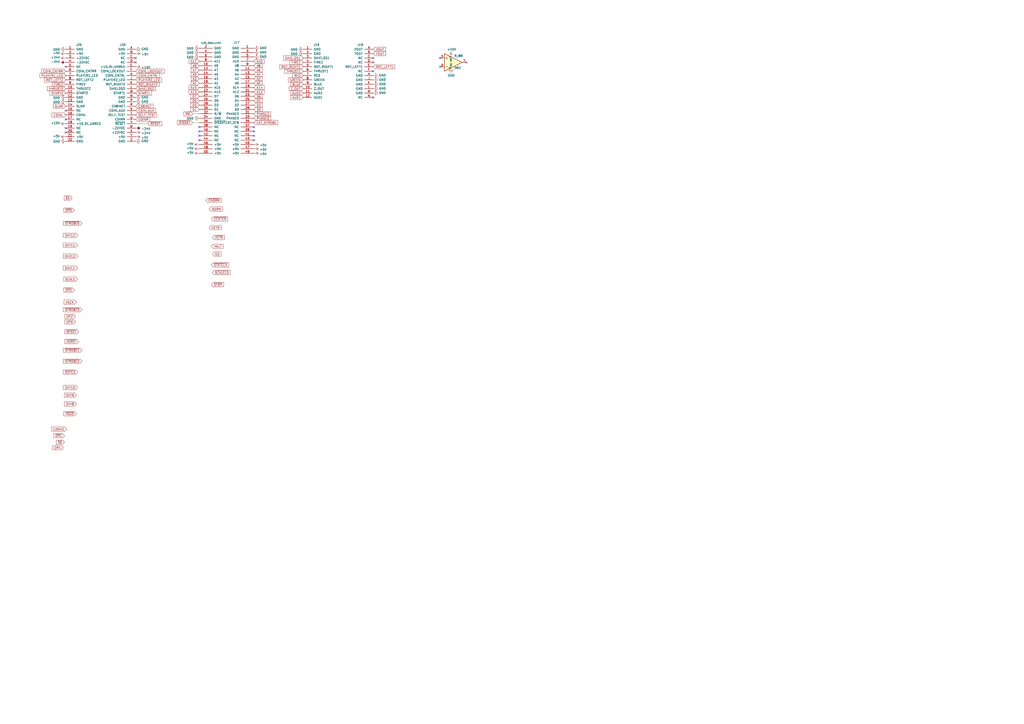
<source format=kicad_sch>
(kicad_sch (version 20211123) (generator eeschema)
  (paper "A2")
  (lib_symbols
    (symbol "atari_grav_bw:082"
      (property "Reference" "U" (at 0 5.08 0))
      (property "Value" "082" (at 0 -5.08 0))
      (symbol "082_0_1"
        (polyline (pts (xy -5.08 5.08) (xy 5.08 0) (xy -5.08 -5.08) (xy -5.08 5.08)) (stroke (width 0.254)) (fill (type background)))
      )
      (symbol "082_1_1"
        (pin output line (at 7.62 0 180) (length 2.54) (name "~") (number "1"))
        (pin input line (at -7.62 -2.54 0) (length 2.54) (name "-") (number "2"))
        (pin input line (at -7.62 2.54 0) (length 2.54) (name "+") (number "3"))
      )
      (symbol "082_2_1"
        (pin bidirectional line (at -1.27 3.175 270) (length 0) (name "VSS") (number "4"))
        (pin input line (at -7.62 2.54 0) (length 2.54) (name "+") (number "5"))
        (pin input line (at -7.62 -2.54 0) (length 2.54) (name "-") (number "6"))
        (pin output line (at 7.62 0 180) (length 2.54) (name "~") (number "7"))
        (pin bidirectional line (at -1.27 -3.175 90) (length 0) (name "VCC") (number "8"))
      )
    )
    (symbol "atari_grav_bw:J19" (pin_names (offset 1.016))
      (property "Reference" "J" (at 15.24 16.51 0))
      (property "Value" "J19" (at -11.43 16.51 0))
      (symbol "J19_1_1"
        (pin passive line (at -19.05 13.97 0) (length 5.08) (name "GND") (number "1"))
        (pin passive line (at -19.05 -8.89 0) (length 5.08) (name "Z_OUT") (number "10"))
        (pin passive line (at -19.05 -11.43 0) (length 5.08) (name "AUD2") (number "11"))
        (pin passive line (at -19.05 -13.97 0) (length 5.08) (name "AUD1") (number "12"))
        (pin passive line (at -19.05 11.43 0) (length 5.08) (name "GND") (number "2"))
        (pin passive line (at -19.05 8.89 0) (length 5.08) (name "SHIELDS1") (number "3"))
        (pin passive line (at -19.05 6.35 0) (length 5.08) (name "FIRE1") (number "4"))
        (pin passive line (at -19.05 3.81 0) (length 5.08) (name "ROT_RIGHT1") (number "5"))
        (pin passive line (at -19.05 1.27 0) (length 5.08) (name "THRUST1") (number "6"))
        (pin passive line (at -19.05 -1.27 0) (length 5.08) (name "RED") (number "7"))
        (pin passive line (at -19.05 -3.81 0) (length 5.08) (name "GREEN") (number "8"))
        (pin passive line (at -19.05 -6.35 0) (length 5.08) (name "BLUE") (number "9"))
        (pin passive line (at 21.59 13.97 180) (length 5.08) (name "XOUT") (number "A"))
        (pin passive line (at 21.59 11.43 180) (length 5.08) (name "YOUT") (number "B"))
        (pin passive line (at 21.59 8.89 180) (length 5.08) (name "NC") (number "C"))
        (pin passive line (at 21.59 6.35 180) (length 5.08) (name "NC") (number "D"))
        (pin passive line (at 21.59 3.81 180) (length 5.08) (name "ROT_LEFT1") (number "E"))
        (pin passive line (at 21.59 1.27 180) (length 5.08) (name "NC") (number "F"))
        (pin passive line (at 21.59 -1.27 180) (length 5.08) (name "GND") (number "H"))
        (pin passive line (at 21.59 -3.81 180) (length 5.08) (name "GND") (number "J"))
        (pin passive line (at 21.59 -6.35 180) (length 5.08) (name "GND") (number "K"))
        (pin passive line (at 21.59 -8.89 180) (length 5.08) (name "GND") (number "L"))
        (pin passive line (at 21.59 -11.43 180) (length 5.08) (name "GND") (number "M"))
        (pin passive line (at 21.59 -13.97 180) (length 5.08) (name "NC") (number "N"))
      )
    )
    (symbol "atari_grav_bw:J20" (pin_names (offset 1.016))
      (property "Reference" "J" (at 6.35 26.67 0))
      (property "Value" "J20" (at -4.445 26.67 0))
      (symbol "J20_1_1"
        (pin passive line (at -20.32 22.86 0) (length 5.08) (name "GND") (number "1"))
        (pin passive line (at -20.32 0 0) (length 5.08) (name "THRUST2") (number "10"))
        (pin passive line (at -20.32 -2.54 0) (length 5.08) (name "START2") (number "11"))
        (pin passive line (at -20.32 -5.08 0) (length 5.08) (name "GND") (number "12"))
        (pin passive line (at -20.32 -7.62 0) (length 5.08) (name "GND") (number "13"))
        (pin passive line (at -20.32 -10.16 0) (length 5.08) (name "SLAM") (number "14"))
        (pin passive line (at -20.32 -12.7 0) (length 5.08) (name "NC") (number "15"))
        (pin passive line (at -20.32 -15.24 0) (length 5.08) (name "COINL") (number "16"))
        (pin passive line (at -20.32 -17.78 0) (length 5.08) (name "NC") (number "17"))
        (pin passive line (at -20.32 -20.32 0) (length 5.08) (name "+10.3V_UNREG") (number "18"))
        (pin passive line (at -20.32 -22.86 0) (length 5.08) (name "NC") (number "19"))
        (pin passive line (at -20.32 20.32 0) (length 5.08) (name "+5V") (number "2"))
        (pin passive line (at -20.32 -25.4 0) (length 5.08) (name "NC") (number "20"))
        (pin passive line (at -20.32 -27.94 0) (length 5.08) (name "+5V") (number "21"))
        (pin passive line (at -20.32 -30.48 0) (length 5.08) (name "GND") (number "22"))
        (pin passive line (at -20.32 17.78 0) (length 5.08) (name "+22VDC") (number "3"))
        (pin passive line (at -20.32 15.24 0) (length 5.08) (name "-22VDC") (number "4"))
        (pin passive line (at -20.32 12.7 0) (length 5.08) (name "NC") (number "5"))
        (pin passive line (at -20.32 10.16 0) (length 5.08) (name "COIN_CNTRR") (number "6"))
        (pin passive line (at -20.32 7.62 0) (length 5.08) (name "PLAYER1_LED") (number "7"))
        (pin passive line (at -20.32 5.08 0) (length 5.08) (name "ROT_LEFT2") (number "8"))
        (pin passive line (at -20.32 2.54 0) (length 5.08) (name "FIRE2") (number "9"))
        (pin passive line (at 20.32 22.86 180) (length 5.08) (name "GND") (number "A"))
        (pin passive line (at 20.32 20.32 180) (length 5.08) (name "+5V") (number "B"))
        (pin passive line (at 20.32 17.78 180) (length 5.08) (name "NC") (number "C"))
        (pin passive line (at 20.32 15.24 180) (length 5.08) (name "NC") (number "D"))
        (pin passive line (at 20.32 12.7 180) (length 5.08) (name "+10.3V_UNREG") (number "E"))
        (pin passive line (at 20.32 10.16 180) (length 5.08) (name "COIN_LOCKOUT") (number "F"))
        (pin passive line (at 20.32 7.62 180) (length 5.08) (name "COIN_CNTRL") (number "H"))
        (pin passive line (at 20.32 5.08 180) (length 5.08) (name "PLAYER2_LED") (number "J"))
        (pin passive line (at 20.32 2.54 180) (length 5.08) (name "ROT_RIGHT2") (number "K"))
        (pin passive line (at 20.32 0 180) (length 5.08) (name "SHIELDS2") (number "L"))
        (pin passive line (at 20.32 -2.54 180) (length 5.08) (name "START1") (number "M"))
        (pin passive line (at 20.32 -5.08 180) (length 5.08) (name "GND") (number "N"))
        (pin passive line (at 20.32 -7.62 180) (length 5.08) (name "GND") (number "P"))
        (pin passive line (at 20.32 -10.16 180) (length 5.08) (name "CABINET") (number "R"))
        (pin passive line (at 20.32 -12.7 180) (length 5.08) (name "COIN_AUX") (number "S"))
        (pin passive line (at 20.32 -15.24 180) (length 5.08) (name "SELF_TEST") (number "T"))
        (pin passive line (at 20.32 -17.78 180) (length 5.08) (name "COINR") (number "U"))
        (pin passive line (at 20.32 -20.32 180) (length 5.08) (name "~{RESET}") (number "V"))
        (pin passive line (at 20.32 -22.86 180) (length 5.08) (name "-22VDC") (number "W"))
        (pin passive line (at 20.32 -25.4 180) (length 5.08) (name "+22VDC") (number "X"))
        (pin passive line (at 20.32 -27.94 180) (length 5.08) (name "+5V") (number "Y"))
        (pin passive line (at 20.32 -30.48 180) (length 5.08) (name "GND") (number "Z"))
      )
    )
    (symbol "atari_grav_bw:cat_box_con" (pin_names (offset 1.016))
      (property "Reference" "J" (at 11.43 33.02 0))
      (property "Value" "cat_box_con" (at 0 33.02 0))
      (symbol "cat_box_con_1_1"
        (pin passive line (at 15.24 29.21 180) (length 7.62) (name "GND") (number "1"))
        (pin passive line (at -16.51 19.05 0) (length 7.62) (name "A9") (number "10"))
        (pin passive line (at 15.24 16.51 180) (length 7.62) (name "A6") (number "11"))
        (pin passive line (at -16.51 16.51 0) (length 7.62) (name "A7") (number "12"))
        (pin passive line (at 15.24 13.97 180) (length 7.62) (name "A4") (number "13"))
        (pin passive line (at -16.51 13.97 0) (length 7.62) (name "A5") (number "14"))
        (pin passive line (at 15.24 11.43 180) (length 7.62) (name "A2") (number "15"))
        (pin passive line (at -16.51 11.43 0) (length 7.62) (name "A3") (number "16"))
        (pin passive line (at 15.24 8.89 180) (length 7.62) (name "A0") (number "17"))
        (pin passive line (at -16.51 8.89 0) (length 7.62) (name "A1") (number "18"))
        (pin passive line (at 15.24 6.35 180) (length 7.62) (name "A14") (number "19"))
        (pin passive line (at -16.51 29.21 0) (length 7.62) (name "GND") (number "2"))
        (pin passive line (at -16.51 6.35 0) (length 7.62) (name "A15") (number "20"))
        (pin passive line (at 15.24 3.81 180) (length 7.62) (name "A12") (number "21"))
        (pin passive line (at -16.51 3.81 0) (length 7.62) (name "A13") (number "22"))
        (pin passive line (at 15.24 1.27 180) (length 7.62) (name "D6") (number "23"))
        (pin passive line (at -16.51 1.27 0) (length 7.62) (name "D7") (number "24"))
        (pin passive line (at 15.24 -1.27 180) (length 7.62) (name "D4") (number "25"))
        (pin passive line (at -16.51 -1.27 0) (length 7.62) (name "D5") (number "26"))
        (pin passive line (at 15.24 -3.81 180) (length 7.62) (name "D2") (number "27"))
        (pin passive line (at -16.51 -3.81 0) (length 7.62) (name "D3") (number "28"))
        (pin passive line (at 15.24 -6.35 180) (length 7.62) (name "D0") (number "29"))
        (pin passive line (at 15.24 26.67 180) (length 7.62) (name "GND") (number "3"))
        (pin passive line (at -16.51 -6.35 0) (length 7.62) (name "D1") (number "30"))
        (pin passive line (at 15.24 -8.89 180) (length 7.62) (name "PHASE2") (number "31"))
        (pin passive line (at -16.51 -8.89 0) (length 7.62) (name "R/~{W}") (number "32"))
        (pin passive line (at 15.24 -11.43 180) (length 7.62) (name "PHASE0") (number "33"))
        (pin passive line (at -16.51 -11.43 0) (length 7.62) (name "GND") (number "34"))
        (pin passive line (at 15.24 -13.97 180) (length 7.62) (name "CAT_STB") (number "35"))
        (pin passive line (at -16.51 -13.97 0) (length 7.62) (name "~{DISDAT}") (number "36"))
        (pin passive line (at 15.24 -16.51 180) (length 7.62) (name "NC") (number "37"))
        (pin passive line (at -16.51 -16.51 0) (length 7.62) (name "NC") (number "38"))
        (pin passive line (at 15.24 -19.05 180) (length 7.62) (name "NC") (number "39"))
        (pin passive line (at -16.51 26.67 0) (length 7.62) (name "GND") (number "4"))
        (pin passive line (at -16.51 -19.05 0) (length 7.62) (name "NC") (number "40"))
        (pin passive line (at 15.24 -21.59 180) (length 7.62) (name "NC") (number "41"))
        (pin passive line (at -16.51 -21.59 0) (length 7.62) (name "NC") (number "42"))
        (pin passive line (at 15.24 -24.13 180) (length 7.62) (name "NC") (number "43"))
        (pin passive line (at -16.51 -24.13 0) (length 7.62) (name "NC") (number "44"))
        (pin passive line (at 15.24 -26.67 180) (length 7.62) (name "+5V") (number "45"))
        (pin passive line (at -16.51 -26.67 0) (length 7.62) (name "+5V") (number "46"))
        (pin passive line (at 15.24 -29.21 180) (length 7.62) (name "+5V") (number "47"))
        (pin passive line (at -16.51 -29.21 0) (length 7.62) (name "+5V") (number "48"))
        (pin passive line (at 15.24 -31.75 180) (length 7.62) (name "+5V") (number "49"))
        (pin passive line (at 15.24 24.13 180) (length 7.62) (name "GND") (number "5"))
        (pin passive line (at -16.51 -31.75 0) (length 7.62) (name "+5V") (number "50"))
        (pin passive line (at -16.51 24.13 0) (length 7.62) (name "GND") (number "6"))
        (pin passive line (at 15.24 21.59 180) (length 7.62) (name "A10") (number "7"))
        (pin passive line (at -16.51 21.59 0) (length 7.62) (name "A11") (number "8"))
        (pin passive line (at 15.24 19.05 180) (length 7.62) (name "A8") (number "9"))
      )
    )
    (symbol "power:+10V" (power) (pin_names (offset 0))
      (property "Value" "+10V" (at 0 3.556 0))
      (symbol "+10V_0_1"
        (polyline (pts (xy -0.762 1.27) (xy 0 2.54)))
        (polyline (pts (xy 0 0) (xy 0 2.54)))
        (polyline (pts (xy 0 2.54) (xy 0.762 1.27)))
      )
      (symbol "+10V_1_1"
        (pin power_in line (at 0 0 90) (length 0) hide (name "+10V") (number "1"))
      )
    )
    (symbol "power:+24V" (power) (pin_names (offset 0))
      (property "Value" "+24V" (at 0 3.556 0))
      (symbol "+24V_0_1"
        (polyline (pts (xy -0.762 1.27) (xy 0 2.54)))
        (polyline (pts (xy 0 0) (xy 0 2.54)))
        (polyline (pts (xy 0 2.54) (xy 0.762 1.27)))
      )
      (symbol "+24V_1_1"
        (pin power_in line (at 0 0 90) (length 0) hide (name "+24V") (number "1"))
      )
    )
    (symbol "power:+5V" (power) (pin_names (offset 0))
      (property "Value" "+5V" (at 0 3.556 0))
      (symbol "+5V_0_1"
        (polyline (pts (xy -0.762 1.27) (xy 0 2.54)))
        (polyline (pts (xy 0 0) (xy 0 2.54)))
        (polyline (pts (xy 0 2.54) (xy 0.762 1.27)))
      )
      (symbol "+5V_1_1"
        (pin power_in line (at 0 0 90) (length 0) hide (name "+5V") (number "1"))
      )
    )
    (symbol "power:-24V" (power) (pin_names (offset 0))
      (property "Value" "-24V" (at 0 3.81 0))
      (symbol "-24V_0_0"
        (pin power_in line (at 0 0 90) (length 0) hide (name "-24V") (number "1"))
      )
      (symbol "-24V_0_1"
        (polyline (pts (xy 0 0) (xy 0 1.27) (xy 0.762 1.27) (xy 0 2.54) (xy -0.762 1.27) (xy 0 1.27)) (fill (type outline)))
      )
    )
    (symbol "power:GND" (power) (pin_names (offset 0))
      (property "Value" "GND" (at 0 -3.81 0))
      (symbol "GND_0_1"
        (polyline (pts (xy 0 0) (xy 0 -1.27) (xy 1.27 -1.27) (xy 0 -2.54) (xy -1.27 -1.27) (xy 0 -1.27)))
      )
      (symbol "GND_1_1"
        (pin power_in line (at 0 0 270) (length 0) hide (name "GND") (number "1"))
      )
    )
  )
  (no_connect (at 147.32 81.28))
  (no_connect (at 115.57 76.2))
  (no_connect (at 147.32 73.66))
  (no_connect (at 38.1 69.215))
  (no_connect (at 255.27 33.655))
  (no_connect (at 255.27 38.735))
  (no_connect (at 38.1 76.835))
  (no_connect (at 38.1 64.135))
  (no_connect (at 147.32 78.74))
  (no_connect (at 216.535 36.195))
  (no_connect (at 270.51 36.195))
  (no_connect (at 78.74 33.655))
  (no_connect (at 115.57 73.66))
  (no_connect (at 216.535 56.515))
  (no_connect (at 115.57 81.28))
  (no_connect (at 78.74 36.195))
  (no_connect (at 38.1 38.735))
  (no_connect (at 216.535 41.275))
  (no_connect (at 216.535 33.655))
  (no_connect (at 38.1 74.295))
  (no_connect (at 147.32 76.2))
  (no_connect (at 115.57 78.74))
  (wire (pts (xy 115.57 71.12) (xy 111.76 71.12)))
  (wire (pts (xy 115.57 66.04) (xy 111.76 66.04)))
  (wire (pts (xy 85.725 71.755) (xy 78.74 71.755)))
  (global_label "D1" (shape input) (at 115.57 63.5 180) (property "Intersheet References" "${INTERSHEET_REFS}" (effects hide)))
  (global_label "A0" (shape input) (at 147.32 48.26 0) (property "Intersheet References" "${INTERSHEET_REFS}" (effects hide)))
  (global_label "ROT_LEFT1" (shape input) (at 216.535 38.735 0) (property "Intersheet References" "${INTERSHEET_REFS}" (effects hide)))
  (global_label "A11" (shape input) (at 115.57 35.56 180) (property "Intersheet References" "${INTERSHEET_REFS}" (effects hide)))
  (global_label "D4" (shape input) (at 147.32 58.42 0) (property "Intersheet References" "${INTERSHEET_REFS}" (effects hide)))
  (global_label "A6" (shape input) (at 147.32 40.64 0) (property "Intersheet References" "${INTERSHEET_REFS}" (effects hide)))
  (global_label "A13" (shape input) (at 115.57 53.34 180) (property "Intersheet References" "${INTERSHEET_REFS}" (effects hide)))
  (global_label "OP2" (shape input) (at 43.815 183.515 180) (property "Intersheet References" "${INTERSHEET_REFS}" (effects hide)))
  (global_label "COIN_CNTRR" (shape input) (at 38.1 41.275 180) (property "Intersheet References" "${INTERSHEET_REFS}" (effects hide)))
  (global_label "START2" (shape input) (at 38.1 53.975 180) (property "Intersheet References" "${INTERSHEET_REFS}" (effects hide)))
  (global_label "START1" (shape input) (at 78.74 53.975 0) (property "Intersheet References" "${INTERSHEET_REFS}" (effects hide)))
  (global_label "12MHZ" (shape input) (at 38.735 248.92 180) (property "Intersheet References" "${INTERSHEET_REFS}" (effects hide)))
  (global_label "~{STROBE1}" (shape input) (at 47.625 203.2 180) (property "Intersheet References" "${INTERSHEET_REFS}" (effects hide)))
  (global_label "COIN_LOCKOUT" (shape input) (at 78.74 41.275 0) (property "Intersheet References" "${INTERSHEET_REFS}" (effects hide)))
  (global_label "D6" (shape input) (at 147.32 55.88 0) (property "Intersheet References" "${INTERSHEET_REFS}" (effects hide)))
  (global_label "A3" (shape input) (at 115.57 45.72 180) (property "Intersheet References" "${INTERSHEET_REFS}" (effects hide)))
  (global_label "PHASE0" (shape input) (at 147.32 68.58 0) (property "Intersheet References" "${INTERSHEET_REFS}" (effects hide)))
  (global_label "~{SA}" (shape input) (at 41.91 114.935 180) (property "Intersheet References" "${INTERSHEET_REFS}" (effects hide)))
  (global_label "~{DISDAT}" (shape input) (at 111.76 71.12 180) (property "Intersheet References" "${INTERSHEET_REFS}" (effects hide)))
  (global_label "SCALE" (shape input) (at 45.085 161.925 180) (property "Intersheet References" "${INTERSHEET_REFS}" (effects hide)))
  (global_label "SHIELDS1" (shape input) (at 175.895 33.655 180) (property "Intersheet References" "${INTERSHEET_REFS}" (effects hide)))
  (global_label "~{OP1}" (shape input) (at 37.465 252.73 180) (property "Intersheet References" "${INTERSHEET_REFS}" (effects hide)))
  (global_label "DVY10" (shape input) (at 45.085 224.79 180) (property "Intersheet References" "${INTERSHEET_REFS}" (effects hide)))
  (global_label "PHASE2" (shape input) (at 147.32 66.04 0) (property "Intersheet References" "${INTERSHEET_REFS}" (effects hide)))
  (global_label "A12" (shape input) (at 147.32 53.34 0) (property "Intersheet References" "${INTERSHEET_REFS}" (effects hide)))
  (global_label "ROT_LEFT2" (shape input) (at 38.1 46.355 180) (property "Intersheet References" "${INTERSHEET_REFS}" (effects hide)))
  (global_label "ROT_RIGHT2" (shape input) (at 78.74 48.895 0) (property "Intersheet References" "${INTERSHEET_REFS}" (effects hide)))
  (global_label "A4" (shape input) (at 147.32 43.18 0) (property "Intersheet References" "${INTERSHEET_REFS}" (effects hide)))
  (global_label "CAT_STROBE" (shape input) (at 147.32 71.12 0) (property "Intersheet References" "${INTERSHEET_REFS}" (effects hide)))
  (global_label "COINL" (shape input) (at 38.1 66.675 180) (property "Intersheet References" "${INTERSHEET_REFS}" (effects hide)))
  (global_label "~{VGRST}" (shape input) (at 45.72 198.12 180) (property "Intersheet References" "${INTERSHEET_REFS}" (effects hide)))
  (global_label "~{OP2}" (shape input) (at 43.18 168.275 180) (property "Intersheet References" "${INTERSHEET_REFS}" (effects hide)))
  (global_label "~{CENTER}" (shape input) (at 122.555 127 0) (property "Intersheet References" "${INTERSHEET_REFS}" (effects hide)))
  (global_label "D3" (shape input) (at 115.57 60.96 180) (property "Intersheet References" "${INTERSHEET_REFS}" (effects hide)))
  (global_label "GREEN" (shape input) (at 175.895 46.355 180) (property "Intersheet References" "${INTERSHEET_REFS}" (effects hide)))
  (global_label "DVX12" (shape input) (at 45.085 148.59 180) (property "Intersheet References" "${INTERSHEET_REFS}" (effects hide)))
  (global_label "CABINET" (shape input) (at 78.74 61.595 0) (property "Intersheet References" "${INTERSHEET_REFS}" (effects hide)))
  (global_label "~{VGGO}" (shape input) (at 44.45 240.03 180) (property "Intersheet References" "${INTERSHEET_REFS}" (effects hide)))
  (global_label "Z_OUT" (shape input) (at 175.895 51.435 180) (property "Intersheet References" "${INTERSHEET_REFS}" (effects hide)))
  (global_label "AUD2" (shape input) (at 175.895 53.975 180) (property "Intersheet References" "${INTERSHEET_REFS}" (effects hide)))
  (global_label "A7" (shape input) (at 115.57 40.64 180) (property "Intersheet References" "${INTERSHEET_REFS}" (effects hide)))
  (global_label "DVY11" (shape input) (at 45.085 142.24 180) (property "Intersheet References" "${INTERSHEET_REFS}" (effects hide)))
  (global_label "SLAM" (shape input) (at 38.1 61.595 180) (property "Intersheet References" "${INTERSHEET_REFS}" (effects hide)))
  (global_label "~{ENORM}" (shape input) (at 119.38 116.205 0) (property "Intersheet References" "${INTERSHEET_REFS}" (effects hide)))
  (global_label "FIRE1" (shape input) (at 175.895 36.195 180) (property "Intersheet References" "${INTERSHEET_REFS}" (effects hide)))
  (global_label "~{DVY12}" (shape input) (at 45.085 215.9 180) (property "Intersheet References" "${INTERSHEET_REFS}" (effects hide)))
  (global_label "OP0" (shape input) (at 43.815 186.69 180) (property "Intersheet References" "${INTERSHEET_REFS}" (effects hide)))
  (global_label "A8" (shape input) (at 147.32 38.1 0) (property "Intersheet References" "${INTERSHEET_REFS}" (effects hide)))
  (global_label "ROT_RIGHT1" (shape input) (at 175.895 38.735 180) (property "Intersheet References" "${INTERSHEET_REFS}" (effects hide)))
  (global_label "D7" (shape input) (at 115.57 55.88 180) (property "Intersheet References" "${INTERSHEET_REFS}" (effects hide)))
  (global_label "DVY8" (shape input) (at 44.45 234.315 180) (property "Intersheet References" "${INTERSHEET_REFS}" (effects hide)))
  (global_label "DXV11" (shape input) (at 45.085 155.575 180) (property "Intersheet References" "${INTERSHEET_REFS}" (effects hide)))
  (global_label "HALT" (shape input) (at 122.555 142.875 0) (property "Intersheet References" "${INTERSHEET_REFS}" (effects hide)))
  (global_label "SELF_TEST" (shape input) (at 78.74 66.675 0) (property "Intersheet References" "${INTERSHEET_REFS}" (effects hide)))
  (global_label "D5" (shape input) (at 115.57 58.42 180) (property "Intersheet References" "${INTERSHEET_REFS}" (effects hide)))
  (global_label "A10" (shape input) (at 147.32 35.56 0) (property "Intersheet References" "${INTERSHEET_REFS}" (effects hide)))
  (global_label "~{SA}" (shape input) (at 37.465 256.54 180) (property "Intersheet References" "${INTERSHEET_REFS}" (effects hide)))
  (global_label "~{RESET}" (shape input) (at 45.72 192.405 180) (property "Intersheet References" "${INTERSHEET_REFS}" (effects hide)))
  (global_label "AUD1" (shape input) (at 175.895 56.515 180) (property "Intersheet References" "${INTERSHEET_REFS}" (effects hide)))
  (global_label "THRUST1" (shape input) (at 175.895 41.275 180) (property "Intersheet References" "${INTERSHEET_REFS}" (effects hide)))
  (global_label "~{RESET}" (shape input) (at 85.725 71.755 0) (property "Intersheet References" "${INTERSHEET_REFS}" (effects hide)))
  (global_label "A1" (shape input) (at 115.57 48.26 180) (property "Intersheet References" "${INTERSHEET_REFS}" (effects hide)))
  (global_label "DVY12" (shape input) (at 45.085 136.525 180) (property "Intersheet References" "${INTERSHEET_REFS}" (effects hide)))
  (global_label "A14" (shape input) (at 147.32 50.8 0) (property "Intersheet References" "${INTERSHEET_REFS}" (effects hide)))
  (global_label "D0" (shape input) (at 147.32 63.5 0) (property "Intersheet References" "${INTERSHEET_REFS}" (effects hide)))
  (global_label "~{STROBE3}" (shape input) (at 47.625 179.705 180) (property "Intersheet References" "${INTERSHEET_REFS}" (effects hide)))
  (global_label "PLAYER1_LED" (shape input) (at 38.1 43.815 180) (property "Intersheet References" "${INTERSHEET_REFS}" (effects hide)))
  (global_label "~{STOP}" (shape input) (at 122.555 165.1 0) (property "Intersheet References" "${INTERSHEET_REFS}" (effects hide)))
  (global_label "~{STATCLK}" (shape input) (at 122.555 153.67 0) (property "Intersheet References" "${INTERSHEET_REFS}" (effects hide)))
  (global_label "VGCK" (shape input) (at 44.45 175.26 180) (property "Intersheet References" "${INTERSHEET_REFS}" (effects hide)))
  (global_label "RED" (shape input) (at 175.895 43.815 180) (property "Intersheet References" "${INTERSHEET_REFS}" (effects hide)))
  (global_label "A2" (shape input) (at 147.32 45.72 0) (property "Intersheet References" "${INTERSHEET_REFS}" (effects hide)))
  (global_label "SHIELDS2" (shape input) (at 78.74 51.435 0) (property "Intersheet References" "${INTERSHEET_REFS}" (effects hide)))
  (global_label "YOUT" (shape input) (at 216.535 31.115 0) (property "Intersheet References" "${INTERSHEET_REFS}" (effects hide)))
  (global_label "COIN_AUX" (shape input) (at 78.74 64.135 0) (property "Intersheet References" "${INTERSHEET_REFS}" (effects hide)))
  (global_label "~{VCTR}" (shape input) (at 123.19 137.795 0) (property "Intersheet References" "${INTERSHEET_REFS}" (effects hide)))
  (global_label "BLUE" (shape input) (at 175.895 48.895 180) (property "Intersheet References" "${INTERSHEET_REFS}" (effects hide)))
  (global_label "D2" (shape input) (at 147.32 60.96 0) (property "Intersheet References" "${INTERSHEET_REFS}" (effects hide)))
  (global_label "XOUT" (shape input) (at 216.535 28.575 0) (property "Intersheet References" "${INTERSHEET_REFS}" (effects hide)))
  (global_label "GO" (shape input) (at 123.19 147.32 0) (property "Intersheet References" "${INTERSHEET_REFS}" (effects hide)))
  (global_label "~{STROBE2}" (shape input) (at 47.625 209.55 180) (property "Intersheet References" "${INTERSHEET_REFS}" (effects hide)))
  (global_label "COINR" (shape input) (at 78.74 69.215 0) (property "Intersheet References" "${INTERSHEET_REFS}" (effects hide)))
  (global_label "PLAYER2_LED" (shape input) (at 78.74 46.355 0) (property "Intersheet References" "${INTERSHEET_REFS}" (effects hide)))
  (global_label "FIRE2" (shape input) (at 38.1 48.895 180) (property "Intersheet References" "${INTERSHEET_REFS}" (effects hide)))
  (global_label "A5" (shape input) (at 115.57 43.18 180) (property "Intersheet References" "${INTERSHEET_REFS}" (effects hide)))
  (global_label "OP1" (shape input) (at 36.83 259.715 180) (property "Intersheet References" "${INTERSHEET_REFS}" (effects hide)))
  (global_label "A15" (shape input) (at 115.57 50.8 180) (property "Intersheet References" "${INTERSHEET_REFS}" (effects hide)))
  (global_label "VCTR" (shape input) (at 121.285 132.08 0) (property "Intersheet References" "${INTERSHEET_REFS}" (effects hide)))
  (global_label "~{OP0}" (shape input) (at 43.18 121.92 180) (property "Intersheet References" "${INTERSHEET_REFS}" (effects hide)))
  (global_label "~{STROBE0}" (shape input) (at 47.625 129.54 180) (property "Intersheet References" "${INTERSHEET_REFS}" (effects hide)))
  (global_label "THRUST2" (shape input) (at 38.1 51.435 180) (property "Intersheet References" "${INTERSHEET_REFS}" (effects hide)))
  (global_label "R~{W}" (shape input) (at 111.76 66.04 180) (property "Intersheet References" "${INTERSHEET_REFS}" (effects hide)))
  (global_label "~{SCALELD}" (shape input) (at 123.19 158.115 0) (property "Intersheet References" "${INTERSHEET_REFS}" (effects hide)))
  (global_label "NORM" (shape input) (at 121.285 121.285 0) (property "Intersheet References" "${INTERSHEET_REFS}" (effects hide)))
  (global_label "COIN_CNTRL" (shape input) (at 78.74 43.815 0) (property "Intersheet References" "${INTERSHEET_REFS}" (effects hide)))
  (global_label "A9" (shape input) (at 115.57 38.1 180) (property "Intersheet References" "${INTERSHEET_REFS}" (effects hide)))
  (global_label "DVY9" (shape input) (at 44.45 229.235 180) (property "Intersheet References" "${INTERSHEET_REFS}" (effects hide)))
  (symbol (lib_id "atari_grav_bw:J20") (at 58.42 51.435 0)
    (property "Reference" "J20" (at 45.72 26.035 0))
    (property "Value" "J20" (at 71.12 26.035 0))
  )
  (symbol (lib_id "power:GND") (at 78.74 28.575 90)
    (property "Reference" "#PWR0255" (effects hide))
    (property "Value" "GND" (at 81.9912 28.448 90) (effects (justify right)))
  )
  (symbol (lib_id "power:GND") (at 38.1 28.575 270)
    (property "Reference" "#PWR0251" (effects hide))
    (property "Value" "GND" (at 34.8488 28.702 90) (effects (justify right)))
  )
  (symbol (lib_id "power:GND") (at 38.1 56.515 270)
    (property "Reference" "#PWR0253" (effects hide))
    (property "Value" "GND" (at 34.8488 56.642 90) (effects (justify right)))
  )
  (symbol (lib_id "power:GND") (at 38.1 59.055 270)
    (property "Reference" "#PWR0254" (effects hide))
    (property "Value" "GND" (at 34.8488 59.182 90) (effects (justify right)))
  )
  (symbol (lib_id "power:GND") (at 78.74 56.515 90)
    (property "Reference" "#PWR0247" (effects hide))
    (property "Value" "GND" (at 81.9912 56.388 90) (effects (justify right)))
  )
  (symbol (lib_id "power:GND") (at 78.74 59.055 90)
    (property "Reference" "#PWR0248" (effects hide))
    (property "Value" "GND" (at 81.9912 58.928 90) (effects (justify right)))
  )
  (symbol (lib_id "power:GND") (at 78.74 81.915 90)
    (property "Reference" "#PWR0221" (effects hide))
    (property "Value" "GND" (at 81.9912 81.788 90) (effects (justify right)))
  )
  (symbol (lib_id "power:GND") (at 38.1 81.915 270)
    (property "Reference" "#PWR0245" (effects hide))
    (property "Value" "GND" (at 34.8488 82.042 90) (effects (justify right)))
  )
  (symbol (lib_id "power:+5V") (at 38.1 31.115 90)
    (property "Reference" "#PWR0252" (effects hide))
    (property "Value" "+5V" (at 34.8488 30.734 90) (effects (justify left)))
  )
  (symbol (lib_id "power:+5V") (at 78.74 31.115 270)
    (property "Reference" "#PWR0256" (effects hide))
    (property "Value" "+5V" (at 81.9912 31.496 90) (effects (justify left)))
  )
  (symbol (lib_id "power:+5V") (at 78.74 79.375 270)
    (property "Reference" "#PWR0258" (effects hide))
    (property "Value" "+5V" (at 81.9912 79.756 90) (effects (justify left)))
  )
  (symbol (lib_id "power:+5V") (at 38.1 79.375 90)
    (property "Reference" "#PWR0246" (effects hide))
    (property "Value" "+5V" (at 34.8488 78.994 90) (effects (justify left)))
  )
  (symbol (lib_id "power:+24V") (at 38.1 33.655 90)
    (property "Reference" "#PWR0249" (effects hide))
    (property "Value" "+24V" (at 34.8488 33.274 90) (effects (justify left)))
  )
  (symbol (lib_id "power:+24V") (at 78.74 76.835 270)
    (property "Reference" "#PWR0259" (effects hide))
    (property "Value" "+24V" (at 81.9912 77.216 90) (effects (justify left)))
  )
  (symbol (lib_id "power:-24V") (at 38.1 36.195 90)
    (property "Reference" "#PWR0250" (effects hide))
    (property "Value" "-24V" (at 34.8488 35.814 90) (effects (justify left)))
  )
  (symbol (lib_id "power:-24V") (at 78.74 74.295 270)
    (property "Reference" "#PWR0260" (effects hide))
    (property "Value" "-24V" (at 81.9912 74.676 90) (effects (justify left)))
  )
  (symbol (lib_id "power:+10V") (at 38.1 71.755 90)
    (property "Reference" "#PWR0244" (effects hide))
    (property "Value" "+10V" (at 34.8488 71.374 90) (effects (justify left)))
  )
  (symbol (lib_id "power:+10V") (at 78.74 38.735 270)
    (property "Reference" "#PWR0257" (effects hide))
    (property "Value" "+10V" (at 81.9912 39.116 90) (effects (justify left)))
  )
  (symbol (lib_id "atari_grav_bw:cat_box_con") (at 132.08 57.15 0)
    (property "Reference" "J17" (at 137.16 24.765 0))
    (property "Value" "cat_box_con" (at 122.555 24.765 0))
  )
  (symbol (lib_id "power:+5V") (at 115.57 83.82 90)
    (property "Reference" "#PWR0225" (effects hide))
    (property "Value" "+5V" (at 112.3188 83.439 90) (effects (justify left)))
  )
  (symbol (lib_id "power:+5V") (at 115.57 86.36 90)
    (property "Reference" "#PWR0226" (effects hide))
    (property "Value" "+5V" (at 112.3188 85.979 90) (effects (justify left)))
  )
  (symbol (lib_id "power:+5V") (at 115.57 88.9 90)
    (property "Reference" "#PWR0228" (effects hide))
    (property "Value" "+5V" (at 112.3188 88.519 90) (effects (justify left)))
  )
  (symbol (lib_id "power:+5V") (at 147.32 83.82 270)
    (property "Reference" "#PWR0229" (effects hide))
    (property "Value" "+5V" (at 150.5712 84.201 90) (effects (justify left)))
  )
  (symbol (lib_id "power:+5V") (at 147.32 86.36 270)
    (property "Reference" "#PWR0230" (effects hide))
    (property "Value" "+5V" (at 150.5712 86.741 90) (effects (justify left)))
  )
  (symbol (lib_id "power:+5V") (at 147.32 88.9 270)
    (property "Reference" "#PWR0231" (effects hide))
    (property "Value" "+5V" (at 150.5712 89.281 90) (effects (justify left)))
  )
  (symbol (lib_id "power:GND") (at 147.32 27.94 90)
    (property "Reference" "#PWR0236" (effects hide))
    (property "Value" "GND" (at 150.5712 27.813 90) (effects (justify right)))
  )
  (symbol (lib_id "power:GND") (at 147.32 30.48 90)
    (property "Reference" "#PWR0237" (effects hide))
    (property "Value" "GND" (at 150.5712 30.353 90) (effects (justify right)))
  )
  (symbol (lib_id "power:GND") (at 147.32 33.02 90)
    (property "Reference" "#PWR0238" (effects hide))
    (property "Value" "GND" (at 150.5712 32.893 90) (effects (justify right)))
  )
  (symbol (lib_id "power:GND") (at 115.57 27.94 270)
    (property "Reference" "#PWR0222" (effects hide))
    (property "Value" "GND" (at 112.3188 28.067 90) (effects (justify right)))
  )
  (symbol (lib_id "power:GND") (at 115.57 30.48 270)
    (property "Reference" "#PWR0223" (effects hide))
    (property "Value" "GND" (at 112.3188 30.607 90) (effects (justify right)))
  )
  (symbol (lib_id "power:GND") (at 115.57 33.02 270)
    (property "Reference" "#PWR0224" (effects hide))
    (property "Value" "GND" (at 112.3188 33.147 90) (effects (justify right)))
  )
  (symbol (lib_id "power:GND") (at 115.57 68.58 270)
    (property "Reference" "#PWR0227" (effects hide))
    (property "Value" "GND" (at 112.3188 68.707 90) (effects (justify right)))
  )
  (symbol (lib_id "atari_grav_bw:J19") (at 194.945 42.545 0)
    (property "Reference" "J19" (at 208.915 26.035 0))
    (property "Value" "J19" (at 183.515 26.035 0))
  )
  (symbol (lib_id "power:GND") (at 175.895 28.575 270)
    (property "Reference" "#PWR0232" (effects hide))
    (property "Value" "GND" (at 172.6438 28.702 90) (effects (justify right)))
  )
  (symbol (lib_id "power:GND") (at 175.895 31.115 270)
    (property "Reference" "#PWR0233" (effects hide))
    (property "Value" "GND" (at 172.6438 31.242 90) (effects (justify right)))
  )
  (symbol (lib_id "power:GND") (at 216.535 43.815 90)
    (property "Reference" "#PWR0243" (effects hide))
    (property "Value" "GND" (at 219.7862 43.688 90) (effects (justify right)))
  )
  (symbol (lib_id "power:GND") (at 216.535 46.355 90)
    (property "Reference" "#PWR0239" (effects hide))
    (property "Value" "GND" (at 219.7862 46.228 90) (effects (justify right)))
  )
  (symbol (lib_id "power:GND") (at 216.535 48.895 90)
    (property "Reference" "#PWR0240" (effects hide))
    (property "Value" "GND" (at 219.7862 48.768 90) (effects (justify right)))
  )
  (symbol (lib_id "power:GND") (at 216.535 51.435 90)
    (property "Reference" "#PWR0241" (effects hide))
    (property "Value" "GND" (at 219.7862 51.308 90) (effects (justify right)))
  )
  (symbol (lib_id "power:GND") (at 216.535 53.975 90)
    (property "Reference" "#PWR0242" (effects hide))
    (property "Value" "GND" (at 219.7862 53.848 90) (effects (justify right)))
  )
  (symbol (lib_id "atari_grav_bw:082") (at 262.89 36.195 0) (unit 2)
    (property "Reference" "R_8" (at 263.525 32.385 0) (effects (justify left)))
    (property "Value" "082" (at 263.525 39.37 0) (effects (justify left)))
  )
  (symbol (lib_id "power:+10V") (at 261.62 33.02 0) (unit 1)
    (property "Reference" "#PWR0234" (effects hide))
    (property "Value" "+10V" (at 262.001 28.6258 0))
  )
  (symbol (lib_id "power:GND") (at 261.62 39.37 0) (unit 1)
    (property "Reference" "#PWR0235" (effects hide))
    (property "Value" "GND" (at 261.747 43.7642 0))
  )
)
</source>
